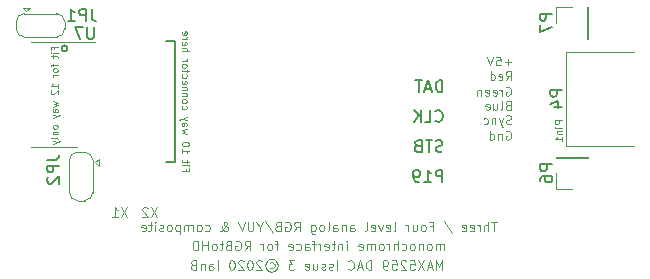
<source format=gbo>
G04 #@! TF.GenerationSoftware,KiCad,Pcbnew,(5.1.4)-1*
G04 #@! TF.CreationDate,2020-02-28T22:33:25+00:00*
G04 #@! TF.ProjectId,analog,616e616c-6f67-42e6-9b69-6361645f7063,rev?*
G04 #@! TF.SameCoordinates,Original*
G04 #@! TF.FileFunction,Legend,Bot*
G04 #@! TF.FilePolarity,Positive*
%FSLAX46Y46*%
G04 Gerber Fmt 4.6, Leading zero omitted, Abs format (unit mm)*
G04 Created by KiCad (PCBNEW (5.1.4)-1) date 2020-02-28 22:33:25*
%MOMM*%
%LPD*%
G04 APERTURE LIST*
%ADD10C,0.120000*%
%ADD11C,0.100000*%
%ADD12C,0.150000*%
G04 APERTURE END LIST*
D10*
X40925219Y-48390864D02*
X40391885Y-49190864D01*
X40391885Y-48390864D02*
X40925219Y-49190864D01*
X40125219Y-48467055D02*
X40087123Y-48428960D01*
X40010933Y-48390864D01*
X39820457Y-48390864D01*
X39744266Y-48428960D01*
X39706171Y-48467055D01*
X39668076Y-48543245D01*
X39668076Y-48619436D01*
X39706171Y-48733721D01*
X40163314Y-49190864D01*
X39668076Y-49190864D01*
X38385219Y-48390864D02*
X37851885Y-49190864D01*
X37851885Y-48390864D02*
X38385219Y-49190864D01*
X37128076Y-49190864D02*
X37585219Y-49190864D01*
X37356647Y-49190864D02*
X37356647Y-48390864D01*
X37432838Y-48505150D01*
X37509028Y-48581340D01*
X37585219Y-48619436D01*
D11*
X75197168Y-41037617D02*
X74597168Y-41037617D01*
X74597168Y-41266188D01*
X74625740Y-41323331D01*
X74654311Y-41351902D01*
X74711454Y-41380474D01*
X74797168Y-41380474D01*
X74854311Y-41351902D01*
X74882882Y-41323331D01*
X74911454Y-41266188D01*
X74911454Y-41037617D01*
X75197168Y-41637617D02*
X74797168Y-41637617D01*
X74597168Y-41637617D02*
X74625740Y-41609045D01*
X74654311Y-41637617D01*
X74625740Y-41666188D01*
X74597168Y-41637617D01*
X74654311Y-41637617D01*
X74797168Y-41923331D02*
X75197168Y-41923331D01*
X74854311Y-41923331D02*
X74825740Y-41951902D01*
X74797168Y-42009045D01*
X74797168Y-42094760D01*
X74825740Y-42151902D01*
X74882882Y-42180474D01*
X75197168Y-42180474D01*
X75197168Y-42780474D02*
X75197168Y-42437617D01*
X75197168Y-42609045D02*
X74597168Y-42609045D01*
X74682882Y-42551902D01*
X74740025Y-42494760D01*
X74768597Y-42437617D01*
X43317657Y-45145245D02*
X43317657Y-45345245D01*
X43003371Y-45345245D02*
X43603371Y-45345245D01*
X43603371Y-45059531D01*
X43003371Y-44830960D02*
X43403371Y-44830960D01*
X43603371Y-44830960D02*
X43574800Y-44859531D01*
X43546228Y-44830960D01*
X43574800Y-44802388D01*
X43603371Y-44830960D01*
X43546228Y-44830960D01*
X43403371Y-44630960D02*
X43403371Y-44402388D01*
X43603371Y-44545245D02*
X43089085Y-44545245D01*
X43031942Y-44516674D01*
X43003371Y-44459531D01*
X43003371Y-44402388D01*
X43003371Y-43430960D02*
X43003371Y-43773817D01*
X43003371Y-43602388D02*
X43603371Y-43602388D01*
X43517657Y-43659531D01*
X43460514Y-43716674D01*
X43431942Y-43773817D01*
X43603371Y-43059531D02*
X43603371Y-43002388D01*
X43574800Y-42945245D01*
X43546228Y-42916674D01*
X43489085Y-42888102D01*
X43374800Y-42859531D01*
X43231942Y-42859531D01*
X43117657Y-42888102D01*
X43060514Y-42916674D01*
X43031942Y-42945245D01*
X43003371Y-43002388D01*
X43003371Y-43059531D01*
X43031942Y-43116674D01*
X43060514Y-43145245D01*
X43117657Y-43173817D01*
X43231942Y-43202388D01*
X43374800Y-43202388D01*
X43489085Y-43173817D01*
X43546228Y-43145245D01*
X43574800Y-43116674D01*
X43603371Y-43059531D01*
X43403371Y-42202388D02*
X43003371Y-42088102D01*
X43289085Y-41973817D01*
X43003371Y-41859531D01*
X43403371Y-41745245D01*
X43003371Y-41259531D02*
X43317657Y-41259531D01*
X43374800Y-41288102D01*
X43403371Y-41345245D01*
X43403371Y-41459531D01*
X43374800Y-41516674D01*
X43031942Y-41259531D02*
X43003371Y-41316674D01*
X43003371Y-41459531D01*
X43031942Y-41516674D01*
X43089085Y-41545245D01*
X43146228Y-41545245D01*
X43203371Y-41516674D01*
X43231942Y-41459531D01*
X43231942Y-41316674D01*
X43260514Y-41259531D01*
X43403371Y-41030960D02*
X43003371Y-40888102D01*
X43403371Y-40745245D02*
X43003371Y-40888102D01*
X42860514Y-40945245D01*
X42831942Y-40973817D01*
X42803371Y-41030960D01*
X43031942Y-39802388D02*
X43003371Y-39859531D01*
X43003371Y-39973817D01*
X43031942Y-40030960D01*
X43060514Y-40059531D01*
X43117657Y-40088102D01*
X43289085Y-40088102D01*
X43346228Y-40059531D01*
X43374800Y-40030960D01*
X43403371Y-39973817D01*
X43403371Y-39859531D01*
X43374800Y-39802388D01*
X43003371Y-39459531D02*
X43031942Y-39516674D01*
X43060514Y-39545245D01*
X43117657Y-39573817D01*
X43289085Y-39573817D01*
X43346228Y-39545245D01*
X43374800Y-39516674D01*
X43403371Y-39459531D01*
X43403371Y-39373817D01*
X43374800Y-39316674D01*
X43346228Y-39288102D01*
X43289085Y-39259531D01*
X43117657Y-39259531D01*
X43060514Y-39288102D01*
X43031942Y-39316674D01*
X43003371Y-39373817D01*
X43003371Y-39459531D01*
X43403371Y-39002388D02*
X43003371Y-39002388D01*
X43346228Y-39002388D02*
X43374800Y-38973817D01*
X43403371Y-38916674D01*
X43403371Y-38830960D01*
X43374800Y-38773817D01*
X43317657Y-38745245D01*
X43003371Y-38745245D01*
X43403371Y-38459531D02*
X43003371Y-38459531D01*
X43346228Y-38459531D02*
X43374800Y-38430960D01*
X43403371Y-38373817D01*
X43403371Y-38288102D01*
X43374800Y-38230960D01*
X43317657Y-38202388D01*
X43003371Y-38202388D01*
X43031942Y-37688102D02*
X43003371Y-37745245D01*
X43003371Y-37859531D01*
X43031942Y-37916674D01*
X43089085Y-37945245D01*
X43317657Y-37945245D01*
X43374800Y-37916674D01*
X43403371Y-37859531D01*
X43403371Y-37745245D01*
X43374800Y-37688102D01*
X43317657Y-37659531D01*
X43260514Y-37659531D01*
X43203371Y-37945245D01*
X43031942Y-37145245D02*
X43003371Y-37202388D01*
X43003371Y-37316674D01*
X43031942Y-37373817D01*
X43060514Y-37402388D01*
X43117657Y-37430960D01*
X43289085Y-37430960D01*
X43346228Y-37402388D01*
X43374800Y-37373817D01*
X43403371Y-37316674D01*
X43403371Y-37202388D01*
X43374800Y-37145245D01*
X43403371Y-36973817D02*
X43403371Y-36745245D01*
X43603371Y-36888102D02*
X43089085Y-36888102D01*
X43031942Y-36859531D01*
X43003371Y-36802388D01*
X43003371Y-36745245D01*
X43003371Y-36459531D02*
X43031942Y-36516674D01*
X43060514Y-36545245D01*
X43117657Y-36573817D01*
X43289085Y-36573817D01*
X43346228Y-36545245D01*
X43374800Y-36516674D01*
X43403371Y-36459531D01*
X43403371Y-36373817D01*
X43374800Y-36316674D01*
X43346228Y-36288102D01*
X43289085Y-36259531D01*
X43117657Y-36259531D01*
X43060514Y-36288102D01*
X43031942Y-36316674D01*
X43003371Y-36373817D01*
X43003371Y-36459531D01*
X43003371Y-36002388D02*
X43403371Y-36002388D01*
X43289085Y-36002388D02*
X43346228Y-35973817D01*
X43374800Y-35945245D01*
X43403371Y-35888102D01*
X43403371Y-35830960D01*
X43003371Y-35173817D02*
X43603371Y-35173817D01*
X43003371Y-34916674D02*
X43317657Y-34916674D01*
X43374800Y-34945245D01*
X43403371Y-35002388D01*
X43403371Y-35088102D01*
X43374800Y-35145245D01*
X43346228Y-35173817D01*
X43031942Y-34402388D02*
X43003371Y-34459531D01*
X43003371Y-34573817D01*
X43031942Y-34630960D01*
X43089085Y-34659531D01*
X43317657Y-34659531D01*
X43374800Y-34630960D01*
X43403371Y-34573817D01*
X43403371Y-34459531D01*
X43374800Y-34402388D01*
X43317657Y-34373817D01*
X43260514Y-34373817D01*
X43203371Y-34659531D01*
X43003371Y-34116674D02*
X43403371Y-34116674D01*
X43289085Y-34116674D02*
X43346228Y-34088102D01*
X43374800Y-34059531D01*
X43403371Y-34002388D01*
X43403371Y-33945245D01*
X43031942Y-33516674D02*
X43003371Y-33573817D01*
X43003371Y-33688102D01*
X43031942Y-33745245D01*
X43089085Y-33773817D01*
X43317657Y-33773817D01*
X43374800Y-33745245D01*
X43403371Y-33688102D01*
X43403371Y-33573817D01*
X43374800Y-33516674D01*
X43317657Y-33488102D01*
X43260514Y-33488102D01*
X43203371Y-33773817D01*
D12*
X42462000Y-34300160D02*
X41700000Y-34300160D01*
X42462000Y-44561760D02*
X42462000Y-34300160D01*
X41649200Y-44561760D02*
X42462000Y-44561760D01*
D10*
X65206371Y-52022964D02*
X65206371Y-51489631D01*
X65206371Y-51565821D02*
X65168276Y-51527726D01*
X65092085Y-51489631D01*
X64977800Y-51489631D01*
X64901609Y-51527726D01*
X64863514Y-51603917D01*
X64863514Y-52022964D01*
X64863514Y-51603917D02*
X64825419Y-51527726D01*
X64749228Y-51489631D01*
X64634942Y-51489631D01*
X64558752Y-51527726D01*
X64520657Y-51603917D01*
X64520657Y-52022964D01*
X64025419Y-52022964D02*
X64101609Y-51984869D01*
X64139704Y-51946774D01*
X64177800Y-51870583D01*
X64177800Y-51642012D01*
X64139704Y-51565821D01*
X64101609Y-51527726D01*
X64025419Y-51489631D01*
X63911133Y-51489631D01*
X63834942Y-51527726D01*
X63796847Y-51565821D01*
X63758752Y-51642012D01*
X63758752Y-51870583D01*
X63796847Y-51946774D01*
X63834942Y-51984869D01*
X63911133Y-52022964D01*
X64025419Y-52022964D01*
X63415895Y-51489631D02*
X63415895Y-52022964D01*
X63415895Y-51565821D02*
X63377800Y-51527726D01*
X63301609Y-51489631D01*
X63187323Y-51489631D01*
X63111133Y-51527726D01*
X63073038Y-51603917D01*
X63073038Y-52022964D01*
X62577800Y-52022964D02*
X62653990Y-51984869D01*
X62692085Y-51946774D01*
X62730180Y-51870583D01*
X62730180Y-51642012D01*
X62692085Y-51565821D01*
X62653990Y-51527726D01*
X62577800Y-51489631D01*
X62463514Y-51489631D01*
X62387323Y-51527726D01*
X62349228Y-51565821D01*
X62311133Y-51642012D01*
X62311133Y-51870583D01*
X62349228Y-51946774D01*
X62387323Y-51984869D01*
X62463514Y-52022964D01*
X62577800Y-52022964D01*
X61625419Y-51984869D02*
X61701609Y-52022964D01*
X61853990Y-52022964D01*
X61930180Y-51984869D01*
X61968276Y-51946774D01*
X62006371Y-51870583D01*
X62006371Y-51642012D01*
X61968276Y-51565821D01*
X61930180Y-51527726D01*
X61853990Y-51489631D01*
X61701609Y-51489631D01*
X61625419Y-51527726D01*
X61282561Y-52022964D02*
X61282561Y-51222964D01*
X60939704Y-52022964D02*
X60939704Y-51603917D01*
X60977800Y-51527726D01*
X61053990Y-51489631D01*
X61168276Y-51489631D01*
X61244466Y-51527726D01*
X61282561Y-51565821D01*
X60558752Y-52022964D02*
X60558752Y-51489631D01*
X60558752Y-51642012D02*
X60520657Y-51565821D01*
X60482561Y-51527726D01*
X60406371Y-51489631D01*
X60330180Y-51489631D01*
X59949228Y-52022964D02*
X60025419Y-51984869D01*
X60063514Y-51946774D01*
X60101609Y-51870583D01*
X60101609Y-51642012D01*
X60063514Y-51565821D01*
X60025419Y-51527726D01*
X59949228Y-51489631D01*
X59834942Y-51489631D01*
X59758752Y-51527726D01*
X59720657Y-51565821D01*
X59682561Y-51642012D01*
X59682561Y-51870583D01*
X59720657Y-51946774D01*
X59758752Y-51984869D01*
X59834942Y-52022964D01*
X59949228Y-52022964D01*
X59339704Y-52022964D02*
X59339704Y-51489631D01*
X59339704Y-51565821D02*
X59301609Y-51527726D01*
X59225419Y-51489631D01*
X59111133Y-51489631D01*
X59034942Y-51527726D01*
X58996847Y-51603917D01*
X58996847Y-52022964D01*
X58996847Y-51603917D02*
X58958752Y-51527726D01*
X58882561Y-51489631D01*
X58768276Y-51489631D01*
X58692085Y-51527726D01*
X58653990Y-51603917D01*
X58653990Y-52022964D01*
X57968276Y-51984869D02*
X58044466Y-52022964D01*
X58196847Y-52022964D01*
X58273038Y-51984869D01*
X58311133Y-51908679D01*
X58311133Y-51603917D01*
X58273038Y-51527726D01*
X58196847Y-51489631D01*
X58044466Y-51489631D01*
X57968276Y-51527726D01*
X57930180Y-51603917D01*
X57930180Y-51680107D01*
X58311133Y-51756298D01*
X56977800Y-52022964D02*
X56977800Y-51489631D01*
X56977800Y-51222964D02*
X57015895Y-51261060D01*
X56977800Y-51299155D01*
X56939704Y-51261060D01*
X56977800Y-51222964D01*
X56977800Y-51299155D01*
X56596847Y-51489631D02*
X56596847Y-52022964D01*
X56596847Y-51565821D02*
X56558752Y-51527726D01*
X56482561Y-51489631D01*
X56368276Y-51489631D01*
X56292085Y-51527726D01*
X56253990Y-51603917D01*
X56253990Y-52022964D01*
X55987323Y-51489631D02*
X55682561Y-51489631D01*
X55873038Y-51222964D02*
X55873038Y-51908679D01*
X55834942Y-51984869D01*
X55758752Y-52022964D01*
X55682561Y-52022964D01*
X55111133Y-51984869D02*
X55187323Y-52022964D01*
X55339704Y-52022964D01*
X55415895Y-51984869D01*
X55453990Y-51908679D01*
X55453990Y-51603917D01*
X55415895Y-51527726D01*
X55339704Y-51489631D01*
X55187323Y-51489631D01*
X55111133Y-51527726D01*
X55073038Y-51603917D01*
X55073038Y-51680107D01*
X55453990Y-51756298D01*
X54730180Y-52022964D02*
X54730180Y-51489631D01*
X54730180Y-51642012D02*
X54692085Y-51565821D01*
X54653990Y-51527726D01*
X54577800Y-51489631D01*
X54501609Y-51489631D01*
X54349228Y-51489631D02*
X54044466Y-51489631D01*
X54234942Y-52022964D02*
X54234942Y-51337250D01*
X54196847Y-51261060D01*
X54120657Y-51222964D01*
X54044466Y-51222964D01*
X53434942Y-52022964D02*
X53434942Y-51603917D01*
X53473038Y-51527726D01*
X53549228Y-51489631D01*
X53701609Y-51489631D01*
X53777800Y-51527726D01*
X53434942Y-51984869D02*
X53511133Y-52022964D01*
X53701609Y-52022964D01*
X53777800Y-51984869D01*
X53815895Y-51908679D01*
X53815895Y-51832488D01*
X53777800Y-51756298D01*
X53701609Y-51718202D01*
X53511133Y-51718202D01*
X53434942Y-51680107D01*
X52711133Y-51984869D02*
X52787323Y-52022964D01*
X52939704Y-52022964D01*
X53015895Y-51984869D01*
X53053990Y-51946774D01*
X53092085Y-51870583D01*
X53092085Y-51642012D01*
X53053990Y-51565821D01*
X53015895Y-51527726D01*
X52939704Y-51489631D01*
X52787323Y-51489631D01*
X52711133Y-51527726D01*
X52063514Y-51984869D02*
X52139704Y-52022964D01*
X52292085Y-52022964D01*
X52368276Y-51984869D01*
X52406371Y-51908679D01*
X52406371Y-51603917D01*
X52368276Y-51527726D01*
X52292085Y-51489631D01*
X52139704Y-51489631D01*
X52063514Y-51527726D01*
X52025419Y-51603917D01*
X52025419Y-51680107D01*
X52406371Y-51756298D01*
X51187323Y-51489631D02*
X50882561Y-51489631D01*
X51073038Y-52022964D02*
X51073038Y-51337250D01*
X51034942Y-51261060D01*
X50958752Y-51222964D01*
X50882561Y-51222964D01*
X50501609Y-52022964D02*
X50577800Y-51984869D01*
X50615895Y-51946774D01*
X50653990Y-51870583D01*
X50653990Y-51642012D01*
X50615895Y-51565821D01*
X50577800Y-51527726D01*
X50501609Y-51489631D01*
X50387323Y-51489631D01*
X50311133Y-51527726D01*
X50273038Y-51565821D01*
X50234942Y-51642012D01*
X50234942Y-51870583D01*
X50273038Y-51946774D01*
X50311133Y-51984869D01*
X50387323Y-52022964D01*
X50501609Y-52022964D01*
X49892085Y-52022964D02*
X49892085Y-51489631D01*
X49892085Y-51642012D02*
X49853990Y-51565821D01*
X49815895Y-51527726D01*
X49739704Y-51489631D01*
X49663514Y-51489631D01*
X48330180Y-52022964D02*
X48596847Y-51642012D01*
X48787323Y-52022964D02*
X48787323Y-51222964D01*
X48482561Y-51222964D01*
X48406371Y-51261060D01*
X48368276Y-51299155D01*
X48330180Y-51375345D01*
X48330180Y-51489631D01*
X48368276Y-51565821D01*
X48406371Y-51603917D01*
X48482561Y-51642012D01*
X48787323Y-51642012D01*
X47568276Y-51261060D02*
X47644466Y-51222964D01*
X47758752Y-51222964D01*
X47873038Y-51261060D01*
X47949228Y-51337250D01*
X47987323Y-51413440D01*
X48025419Y-51565821D01*
X48025419Y-51680107D01*
X47987323Y-51832488D01*
X47949228Y-51908679D01*
X47873038Y-51984869D01*
X47758752Y-52022964D01*
X47682561Y-52022964D01*
X47568276Y-51984869D01*
X47530180Y-51946774D01*
X47530180Y-51680107D01*
X47682561Y-51680107D01*
X46920657Y-51603917D02*
X46806371Y-51642012D01*
X46768276Y-51680107D01*
X46730180Y-51756298D01*
X46730180Y-51870583D01*
X46768276Y-51946774D01*
X46806371Y-51984869D01*
X46882561Y-52022964D01*
X47187323Y-52022964D01*
X47187323Y-51222964D01*
X46920657Y-51222964D01*
X46844466Y-51261060D01*
X46806371Y-51299155D01*
X46768276Y-51375345D01*
X46768276Y-51451536D01*
X46806371Y-51527726D01*
X46844466Y-51565821D01*
X46920657Y-51603917D01*
X47187323Y-51603917D01*
X46501609Y-51489631D02*
X46196847Y-51489631D01*
X46387323Y-51222964D02*
X46387323Y-51908679D01*
X46349228Y-51984869D01*
X46273038Y-52022964D01*
X46196847Y-52022964D01*
X45815895Y-52022964D02*
X45892085Y-51984869D01*
X45930180Y-51946774D01*
X45968276Y-51870583D01*
X45968276Y-51642012D01*
X45930180Y-51565821D01*
X45892085Y-51527726D01*
X45815895Y-51489631D01*
X45701609Y-51489631D01*
X45625419Y-51527726D01*
X45587323Y-51565821D01*
X45549228Y-51642012D01*
X45549228Y-51870583D01*
X45587323Y-51946774D01*
X45625419Y-51984869D01*
X45701609Y-52022964D01*
X45815895Y-52022964D01*
X45206371Y-52022964D02*
X45206371Y-51222964D01*
X45206371Y-51603917D02*
X44749228Y-51603917D01*
X44749228Y-52022964D02*
X44749228Y-51222964D01*
X44368276Y-52022964D02*
X44368276Y-51222964D01*
X44177800Y-51222964D01*
X44063514Y-51261060D01*
X43987323Y-51337250D01*
X43949228Y-51413440D01*
X43911133Y-51565821D01*
X43911133Y-51680107D01*
X43949228Y-51832488D01*
X43987323Y-51908679D01*
X44063514Y-51984869D01*
X44177800Y-52022964D01*
X44368276Y-52022964D01*
D11*
X32182545Y-35003431D02*
X32182545Y-34813431D01*
X32481117Y-34813431D02*
X31911117Y-34813431D01*
X31911117Y-35084860D01*
X32481117Y-35302002D02*
X32101117Y-35302002D01*
X31911117Y-35302002D02*
X31938260Y-35274860D01*
X31965402Y-35302002D01*
X31938260Y-35329145D01*
X31911117Y-35302002D01*
X31965402Y-35302002D01*
X32101117Y-35492002D02*
X32101117Y-35709145D01*
X31911117Y-35573431D02*
X32399688Y-35573431D01*
X32453974Y-35600574D01*
X32481117Y-35654860D01*
X32481117Y-35709145D01*
X32101117Y-36252002D02*
X32101117Y-36469145D01*
X32481117Y-36333431D02*
X31992545Y-36333431D01*
X31938260Y-36360574D01*
X31911117Y-36414860D01*
X31911117Y-36469145D01*
X32481117Y-36740574D02*
X32453974Y-36686288D01*
X32426831Y-36659145D01*
X32372545Y-36632002D01*
X32209688Y-36632002D01*
X32155402Y-36659145D01*
X32128260Y-36686288D01*
X32101117Y-36740574D01*
X32101117Y-36822002D01*
X32128260Y-36876288D01*
X32155402Y-36903431D01*
X32209688Y-36930574D01*
X32372545Y-36930574D01*
X32426831Y-36903431D01*
X32453974Y-36876288D01*
X32481117Y-36822002D01*
X32481117Y-36740574D01*
X32481117Y-37174860D02*
X32101117Y-37174860D01*
X32209688Y-37174860D02*
X32155402Y-37202002D01*
X32128260Y-37229145D01*
X32101117Y-37283431D01*
X32101117Y-37337717D01*
X32481117Y-38260574D02*
X32481117Y-37934860D01*
X32481117Y-38097717D02*
X31911117Y-38097717D01*
X31992545Y-38043431D01*
X32046831Y-37989145D01*
X32073974Y-37934860D01*
X31965402Y-38477717D02*
X31938260Y-38504860D01*
X31911117Y-38559145D01*
X31911117Y-38694860D01*
X31938260Y-38749145D01*
X31965402Y-38776288D01*
X32019688Y-38803431D01*
X32073974Y-38803431D01*
X32155402Y-38776288D01*
X32481117Y-38450574D01*
X32481117Y-38803431D01*
X32101117Y-39427717D02*
X32481117Y-39536288D01*
X32209688Y-39644860D01*
X32481117Y-39753431D01*
X32101117Y-39862002D01*
X32481117Y-40323431D02*
X32182545Y-40323431D01*
X32128260Y-40296288D01*
X32101117Y-40242002D01*
X32101117Y-40133431D01*
X32128260Y-40079145D01*
X32453974Y-40323431D02*
X32481117Y-40269145D01*
X32481117Y-40133431D01*
X32453974Y-40079145D01*
X32399688Y-40052002D01*
X32345402Y-40052002D01*
X32291117Y-40079145D01*
X32263974Y-40133431D01*
X32263974Y-40269145D01*
X32236831Y-40323431D01*
X32101117Y-40540574D02*
X32481117Y-40676288D01*
X32101117Y-40812002D02*
X32481117Y-40676288D01*
X32616831Y-40622002D01*
X32643974Y-40594860D01*
X32671117Y-40540574D01*
X32481117Y-41544860D02*
X32453974Y-41490574D01*
X32426831Y-41463431D01*
X32372545Y-41436288D01*
X32209688Y-41436288D01*
X32155402Y-41463431D01*
X32128260Y-41490574D01*
X32101117Y-41544860D01*
X32101117Y-41626288D01*
X32128260Y-41680574D01*
X32155402Y-41707717D01*
X32209688Y-41734860D01*
X32372545Y-41734860D01*
X32426831Y-41707717D01*
X32453974Y-41680574D01*
X32481117Y-41626288D01*
X32481117Y-41544860D01*
X32101117Y-41979145D02*
X32481117Y-41979145D01*
X32155402Y-41979145D02*
X32128260Y-42006288D01*
X32101117Y-42060574D01*
X32101117Y-42142002D01*
X32128260Y-42196288D01*
X32182545Y-42223431D01*
X32481117Y-42223431D01*
X32481117Y-42576288D02*
X32453974Y-42522002D01*
X32399688Y-42494860D01*
X31911117Y-42494860D01*
X32101117Y-42739145D02*
X32481117Y-42874860D01*
X32101117Y-43010574D02*
X32481117Y-42874860D01*
X32616831Y-42820574D01*
X32643974Y-42793431D01*
X32671117Y-42739145D01*
D12*
X33328161Y-34927540D02*
G75*
G03X33328161Y-34927540I-255747J0D01*
G01*
D11*
X70911625Y-36091091D02*
X70340197Y-36091091D01*
X70625911Y-36376805D02*
X70625911Y-35805377D01*
X69625911Y-35626805D02*
X69983054Y-35626805D01*
X70018768Y-35983948D01*
X69983054Y-35948234D01*
X69911625Y-35912520D01*
X69733054Y-35912520D01*
X69661625Y-35948234D01*
X69625911Y-35983948D01*
X69590197Y-36055377D01*
X69590197Y-36233948D01*
X69625911Y-36305377D01*
X69661625Y-36341091D01*
X69733054Y-36376805D01*
X69911625Y-36376805D01*
X69983054Y-36341091D01*
X70018768Y-36305377D01*
X69375911Y-35626805D02*
X69125911Y-36376805D01*
X68875911Y-35626805D01*
D10*
X69663514Y-49610064D02*
X69206371Y-49610064D01*
X69434942Y-50410064D02*
X69434942Y-49610064D01*
X68939704Y-50410064D02*
X68939704Y-49610064D01*
X68596847Y-50410064D02*
X68596847Y-49991017D01*
X68634942Y-49914826D01*
X68711133Y-49876731D01*
X68825419Y-49876731D01*
X68901609Y-49914826D01*
X68939704Y-49952921D01*
X68215895Y-50410064D02*
X68215895Y-49876731D01*
X68215895Y-50029112D02*
X68177800Y-49952921D01*
X68139704Y-49914826D01*
X68063514Y-49876731D01*
X67987323Y-49876731D01*
X67415895Y-50371969D02*
X67492085Y-50410064D01*
X67644466Y-50410064D01*
X67720657Y-50371969D01*
X67758752Y-50295779D01*
X67758752Y-49991017D01*
X67720657Y-49914826D01*
X67644466Y-49876731D01*
X67492085Y-49876731D01*
X67415895Y-49914826D01*
X67377800Y-49991017D01*
X67377800Y-50067207D01*
X67758752Y-50143398D01*
X66730180Y-50371969D02*
X66806371Y-50410064D01*
X66958752Y-50410064D01*
X67034942Y-50371969D01*
X67073038Y-50295779D01*
X67073038Y-49991017D01*
X67034942Y-49914826D01*
X66958752Y-49876731D01*
X66806371Y-49876731D01*
X66730180Y-49914826D01*
X66692085Y-49991017D01*
X66692085Y-50067207D01*
X67073038Y-50143398D01*
X65168276Y-49571969D02*
X65853990Y-50600540D01*
X64025419Y-49991017D02*
X64292085Y-49991017D01*
X64292085Y-50410064D02*
X64292085Y-49610064D01*
X63911133Y-49610064D01*
X63492085Y-50410064D02*
X63568276Y-50371969D01*
X63606371Y-50333874D01*
X63644466Y-50257683D01*
X63644466Y-50029112D01*
X63606371Y-49952921D01*
X63568276Y-49914826D01*
X63492085Y-49876731D01*
X63377799Y-49876731D01*
X63301609Y-49914826D01*
X63263514Y-49952921D01*
X63225419Y-50029112D01*
X63225419Y-50257683D01*
X63263514Y-50333874D01*
X63301609Y-50371969D01*
X63377799Y-50410064D01*
X63492085Y-50410064D01*
X62539704Y-49876731D02*
X62539704Y-50410064D01*
X62882561Y-49876731D02*
X62882561Y-50295779D01*
X62844466Y-50371969D01*
X62768276Y-50410064D01*
X62653990Y-50410064D01*
X62577799Y-50371969D01*
X62539704Y-50333874D01*
X62158752Y-50410064D02*
X62158752Y-49876731D01*
X62158752Y-50029112D02*
X62120657Y-49952921D01*
X62082561Y-49914826D01*
X62006371Y-49876731D01*
X61930180Y-49876731D01*
X60939704Y-50410064D02*
X61015895Y-50371969D01*
X61053990Y-50295779D01*
X61053990Y-49610064D01*
X60330180Y-50371969D02*
X60406371Y-50410064D01*
X60558752Y-50410064D01*
X60634942Y-50371969D01*
X60673038Y-50295779D01*
X60673038Y-49991017D01*
X60634942Y-49914826D01*
X60558752Y-49876731D01*
X60406371Y-49876731D01*
X60330180Y-49914826D01*
X60292085Y-49991017D01*
X60292085Y-50067207D01*
X60673038Y-50143398D01*
X60025419Y-49876731D02*
X59834942Y-50410064D01*
X59644466Y-49876731D01*
X59034942Y-50371969D02*
X59111133Y-50410064D01*
X59263514Y-50410064D01*
X59339704Y-50371969D01*
X59377799Y-50295779D01*
X59377799Y-49991017D01*
X59339704Y-49914826D01*
X59263514Y-49876731D01*
X59111133Y-49876731D01*
X59034942Y-49914826D01*
X58996847Y-49991017D01*
X58996847Y-50067207D01*
X59377799Y-50143398D01*
X58539704Y-50410064D02*
X58615895Y-50371969D01*
X58653990Y-50295779D01*
X58653990Y-49610064D01*
X57282561Y-50410064D02*
X57282561Y-49991017D01*
X57320657Y-49914826D01*
X57396847Y-49876731D01*
X57549228Y-49876731D01*
X57625419Y-49914826D01*
X57282561Y-50371969D02*
X57358752Y-50410064D01*
X57549228Y-50410064D01*
X57625419Y-50371969D01*
X57663514Y-50295779D01*
X57663514Y-50219588D01*
X57625419Y-50143398D01*
X57549228Y-50105302D01*
X57358752Y-50105302D01*
X57282561Y-50067207D01*
X56901609Y-49876731D02*
X56901609Y-50410064D01*
X56901609Y-49952921D02*
X56863514Y-49914826D01*
X56787323Y-49876731D01*
X56673038Y-49876731D01*
X56596847Y-49914826D01*
X56558752Y-49991017D01*
X56558752Y-50410064D01*
X55834942Y-50410064D02*
X55834942Y-49991017D01*
X55873038Y-49914826D01*
X55949228Y-49876731D01*
X56101609Y-49876731D01*
X56177799Y-49914826D01*
X55834942Y-50371969D02*
X55911133Y-50410064D01*
X56101609Y-50410064D01*
X56177799Y-50371969D01*
X56215895Y-50295779D01*
X56215895Y-50219588D01*
X56177799Y-50143398D01*
X56101609Y-50105302D01*
X55911133Y-50105302D01*
X55834942Y-50067207D01*
X55339704Y-50410064D02*
X55415895Y-50371969D01*
X55453990Y-50295779D01*
X55453990Y-49610064D01*
X54920657Y-50410064D02*
X54996847Y-50371969D01*
X55034942Y-50333874D01*
X55073038Y-50257683D01*
X55073038Y-50029112D01*
X55034942Y-49952921D01*
X54996847Y-49914826D01*
X54920657Y-49876731D01*
X54806371Y-49876731D01*
X54730180Y-49914826D01*
X54692085Y-49952921D01*
X54653990Y-50029112D01*
X54653990Y-50257683D01*
X54692085Y-50333874D01*
X54730180Y-50371969D01*
X54806371Y-50410064D01*
X54920657Y-50410064D01*
X53968276Y-49876731D02*
X53968276Y-50524350D01*
X54006371Y-50600540D01*
X54044466Y-50638636D01*
X54120657Y-50676731D01*
X54234942Y-50676731D01*
X54311133Y-50638636D01*
X53968276Y-50371969D02*
X54044466Y-50410064D01*
X54196847Y-50410064D01*
X54273038Y-50371969D01*
X54311133Y-50333874D01*
X54349228Y-50257683D01*
X54349228Y-50029112D01*
X54311133Y-49952921D01*
X54273038Y-49914826D01*
X54196847Y-49876731D01*
X54044466Y-49876731D01*
X53968276Y-49914826D01*
X52520657Y-50410064D02*
X52787323Y-50029112D01*
X52977799Y-50410064D02*
X52977799Y-49610064D01*
X52673038Y-49610064D01*
X52596847Y-49648160D01*
X52558752Y-49686255D01*
X52520657Y-49762445D01*
X52520657Y-49876731D01*
X52558752Y-49952921D01*
X52596847Y-49991017D01*
X52673038Y-50029112D01*
X52977799Y-50029112D01*
X51758752Y-49648160D02*
X51834942Y-49610064D01*
X51949228Y-49610064D01*
X52063514Y-49648160D01*
X52139704Y-49724350D01*
X52177799Y-49800540D01*
X52215895Y-49952921D01*
X52215895Y-50067207D01*
X52177799Y-50219588D01*
X52139704Y-50295779D01*
X52063514Y-50371969D01*
X51949228Y-50410064D01*
X51873038Y-50410064D01*
X51758752Y-50371969D01*
X51720657Y-50333874D01*
X51720657Y-50067207D01*
X51873038Y-50067207D01*
X51111133Y-49991017D02*
X50996847Y-50029112D01*
X50958752Y-50067207D01*
X50920657Y-50143398D01*
X50920657Y-50257683D01*
X50958752Y-50333874D01*
X50996847Y-50371969D01*
X51073038Y-50410064D01*
X51377799Y-50410064D01*
X51377799Y-49610064D01*
X51111133Y-49610064D01*
X51034942Y-49648160D01*
X50996847Y-49686255D01*
X50958752Y-49762445D01*
X50958752Y-49838636D01*
X50996847Y-49914826D01*
X51034942Y-49952921D01*
X51111133Y-49991017D01*
X51377799Y-49991017D01*
X50006371Y-49571969D02*
X50692085Y-50600540D01*
X49587323Y-50029112D02*
X49587323Y-50410064D01*
X49853990Y-49610064D02*
X49587323Y-50029112D01*
X49320657Y-49610064D01*
X49053990Y-49610064D02*
X49053990Y-50257683D01*
X49015895Y-50333874D01*
X48977799Y-50371969D01*
X48901609Y-50410064D01*
X48749228Y-50410064D01*
X48673038Y-50371969D01*
X48634942Y-50333874D01*
X48596847Y-50257683D01*
X48596847Y-49610064D01*
X48330180Y-49610064D02*
X48063514Y-50410064D01*
X47796847Y-49610064D01*
X46273038Y-50410064D02*
X46311133Y-50410064D01*
X46387323Y-50371969D01*
X46501609Y-50257683D01*
X46692085Y-50029112D01*
X46768276Y-49914826D01*
X46806371Y-49800540D01*
X46806371Y-49724350D01*
X46768276Y-49648160D01*
X46692085Y-49610064D01*
X46653990Y-49610064D01*
X46577799Y-49648160D01*
X46539704Y-49724350D01*
X46539704Y-49762445D01*
X46577799Y-49838636D01*
X46615895Y-49876731D01*
X46844466Y-50029112D01*
X46882561Y-50067207D01*
X46920657Y-50143398D01*
X46920657Y-50257683D01*
X46882561Y-50333874D01*
X46844466Y-50371969D01*
X46768276Y-50410064D01*
X46653990Y-50410064D01*
X46577799Y-50371969D01*
X46539704Y-50333874D01*
X46425419Y-50181493D01*
X46387323Y-50067207D01*
X46387323Y-49991017D01*
X44977799Y-50371969D02*
X45053990Y-50410064D01*
X45206371Y-50410064D01*
X45282561Y-50371969D01*
X45320657Y-50333874D01*
X45358752Y-50257683D01*
X45358752Y-50029112D01*
X45320657Y-49952921D01*
X45282561Y-49914826D01*
X45206371Y-49876731D01*
X45053990Y-49876731D01*
X44977799Y-49914826D01*
X44520657Y-50410064D02*
X44596847Y-50371969D01*
X44634942Y-50333874D01*
X44673038Y-50257683D01*
X44673038Y-50029112D01*
X44634942Y-49952921D01*
X44596847Y-49914826D01*
X44520657Y-49876731D01*
X44406371Y-49876731D01*
X44330180Y-49914826D01*
X44292085Y-49952921D01*
X44253990Y-50029112D01*
X44253990Y-50257683D01*
X44292085Y-50333874D01*
X44330180Y-50371969D01*
X44406371Y-50410064D01*
X44520657Y-50410064D01*
X43911133Y-50410064D02*
X43911133Y-49876731D01*
X43911133Y-49952921D02*
X43873038Y-49914826D01*
X43796847Y-49876731D01*
X43682561Y-49876731D01*
X43606371Y-49914826D01*
X43568276Y-49991017D01*
X43568276Y-50410064D01*
X43568276Y-49991017D02*
X43530180Y-49914826D01*
X43453990Y-49876731D01*
X43339704Y-49876731D01*
X43263514Y-49914826D01*
X43225419Y-49991017D01*
X43225419Y-50410064D01*
X42844466Y-49876731D02*
X42844466Y-50676731D01*
X42844466Y-49914826D02*
X42768276Y-49876731D01*
X42615895Y-49876731D01*
X42539704Y-49914826D01*
X42501609Y-49952921D01*
X42463514Y-50029112D01*
X42463514Y-50257683D01*
X42501609Y-50333874D01*
X42539704Y-50371969D01*
X42615895Y-50410064D01*
X42768276Y-50410064D01*
X42844466Y-50371969D01*
X42006371Y-50410064D02*
X42082561Y-50371969D01*
X42120657Y-50333874D01*
X42158752Y-50257683D01*
X42158752Y-50029112D01*
X42120657Y-49952921D01*
X42082561Y-49914826D01*
X42006371Y-49876731D01*
X41892085Y-49876731D01*
X41815895Y-49914826D01*
X41777799Y-49952921D01*
X41739704Y-50029112D01*
X41739704Y-50257683D01*
X41777799Y-50333874D01*
X41815895Y-50371969D01*
X41892085Y-50410064D01*
X42006371Y-50410064D01*
X41434942Y-50371969D02*
X41358752Y-50410064D01*
X41206371Y-50410064D01*
X41130180Y-50371969D01*
X41092085Y-50295779D01*
X41092085Y-50257683D01*
X41130180Y-50181493D01*
X41206371Y-50143398D01*
X41320657Y-50143398D01*
X41396847Y-50105302D01*
X41434942Y-50029112D01*
X41434942Y-49991017D01*
X41396847Y-49914826D01*
X41320657Y-49876731D01*
X41206371Y-49876731D01*
X41130180Y-49914826D01*
X40749228Y-50410064D02*
X40749228Y-49876731D01*
X40749228Y-49610064D02*
X40787323Y-49648160D01*
X40749228Y-49686255D01*
X40711133Y-49648160D01*
X40749228Y-49610064D01*
X40749228Y-49686255D01*
X40482561Y-49876731D02*
X40177799Y-49876731D01*
X40368276Y-49610064D02*
X40368276Y-50295779D01*
X40330180Y-50371969D01*
X40253990Y-50410064D01*
X40177799Y-50410064D01*
X39606371Y-50371969D02*
X39682561Y-50410064D01*
X39834942Y-50410064D01*
X39911133Y-50371969D01*
X39949228Y-50295779D01*
X39949228Y-49991017D01*
X39911133Y-49914826D01*
X39834942Y-49876731D01*
X39682561Y-49876731D01*
X39606371Y-49914826D01*
X39568276Y-49991017D01*
X39568276Y-50067207D01*
X39949228Y-50143398D01*
D12*
X65063085Y-46233340D02*
X65063085Y-45233340D01*
X64682133Y-45233340D01*
X64586895Y-45280960D01*
X64539276Y-45328579D01*
X64491657Y-45423817D01*
X64491657Y-45566674D01*
X64539276Y-45661912D01*
X64586895Y-45709531D01*
X64682133Y-45757150D01*
X65063085Y-45757150D01*
X63539276Y-46233340D02*
X64110704Y-46233340D01*
X63824990Y-46233340D02*
X63824990Y-45233340D01*
X63920228Y-45376198D01*
X64015466Y-45471436D01*
X64110704Y-45519055D01*
X63063085Y-46233340D02*
X62872609Y-46233340D01*
X62777371Y-46185721D01*
X62729752Y-46138102D01*
X62634514Y-45995245D01*
X62586895Y-45804769D01*
X62586895Y-45423817D01*
X62634514Y-45328579D01*
X62682133Y-45280960D01*
X62777371Y-45233340D01*
X62967847Y-45233340D01*
X63063085Y-45280960D01*
X63110704Y-45328579D01*
X63158323Y-45423817D01*
X63158323Y-45661912D01*
X63110704Y-45757150D01*
X63063085Y-45804769D01*
X62967847Y-45852388D01*
X62777371Y-45852388D01*
X62682133Y-45804769D01*
X62634514Y-45757150D01*
X62586895Y-45661912D01*
D10*
X65066671Y-53686664D02*
X65066671Y-52886664D01*
X64800004Y-53458093D01*
X64533338Y-52886664D01*
X64533338Y-53686664D01*
X64190480Y-53458093D02*
X63809528Y-53458093D01*
X64266671Y-53686664D02*
X64000004Y-52886664D01*
X63733338Y-53686664D01*
X63542861Y-52886664D02*
X63009528Y-53686664D01*
X63009528Y-52886664D02*
X63542861Y-53686664D01*
X62323814Y-52886664D02*
X62704766Y-52886664D01*
X62742861Y-53267617D01*
X62704766Y-53229521D01*
X62628576Y-53191426D01*
X62438100Y-53191426D01*
X62361909Y-53229521D01*
X62323814Y-53267617D01*
X62285719Y-53343807D01*
X62285719Y-53534283D01*
X62323814Y-53610474D01*
X62361909Y-53648569D01*
X62438100Y-53686664D01*
X62628576Y-53686664D01*
X62704766Y-53648569D01*
X62742861Y-53610474D01*
X61980957Y-52962855D02*
X61942861Y-52924760D01*
X61866671Y-52886664D01*
X61676195Y-52886664D01*
X61600004Y-52924760D01*
X61561909Y-52962855D01*
X61523814Y-53039045D01*
X61523814Y-53115236D01*
X61561909Y-53229521D01*
X62019052Y-53686664D01*
X61523814Y-53686664D01*
X60800004Y-52886664D02*
X61180957Y-52886664D01*
X61219052Y-53267617D01*
X61180957Y-53229521D01*
X61104766Y-53191426D01*
X60914290Y-53191426D01*
X60838100Y-53229521D01*
X60800004Y-53267617D01*
X60761909Y-53343807D01*
X60761909Y-53534283D01*
X60800004Y-53610474D01*
X60838100Y-53648569D01*
X60914290Y-53686664D01*
X61104766Y-53686664D01*
X61180957Y-53648569D01*
X61219052Y-53610474D01*
X60380957Y-53686664D02*
X60228576Y-53686664D01*
X60152385Y-53648569D01*
X60114290Y-53610474D01*
X60038100Y-53496188D01*
X60000004Y-53343807D01*
X60000004Y-53039045D01*
X60038100Y-52962855D01*
X60076195Y-52924760D01*
X60152385Y-52886664D01*
X60304766Y-52886664D01*
X60380957Y-52924760D01*
X60419052Y-52962855D01*
X60457147Y-53039045D01*
X60457147Y-53229521D01*
X60419052Y-53305712D01*
X60380957Y-53343807D01*
X60304766Y-53381902D01*
X60152385Y-53381902D01*
X60076195Y-53343807D01*
X60038100Y-53305712D01*
X60000004Y-53229521D01*
X59047623Y-53686664D02*
X59047623Y-52886664D01*
X58857147Y-52886664D01*
X58742861Y-52924760D01*
X58666671Y-53000950D01*
X58628576Y-53077140D01*
X58590480Y-53229521D01*
X58590480Y-53343807D01*
X58628576Y-53496188D01*
X58666671Y-53572379D01*
X58742861Y-53648569D01*
X58857147Y-53686664D01*
X59047623Y-53686664D01*
X58285719Y-53458093D02*
X57904766Y-53458093D01*
X58361909Y-53686664D02*
X58095242Y-52886664D01*
X57828576Y-53686664D01*
X57104766Y-53610474D02*
X57142861Y-53648569D01*
X57257147Y-53686664D01*
X57333338Y-53686664D01*
X57447623Y-53648569D01*
X57523814Y-53572379D01*
X57561909Y-53496188D01*
X57600004Y-53343807D01*
X57600004Y-53229521D01*
X57561909Y-53077140D01*
X57523814Y-53000950D01*
X57447623Y-52924760D01*
X57333338Y-52886664D01*
X57257147Y-52886664D01*
X57142861Y-52924760D01*
X57104766Y-52962855D01*
X56152385Y-53686664D02*
X56152385Y-52886664D01*
X55809528Y-53648569D02*
X55733338Y-53686664D01*
X55580957Y-53686664D01*
X55504766Y-53648569D01*
X55466671Y-53572379D01*
X55466671Y-53534283D01*
X55504766Y-53458093D01*
X55580957Y-53419998D01*
X55695242Y-53419998D01*
X55771433Y-53381902D01*
X55809528Y-53305712D01*
X55809528Y-53267617D01*
X55771433Y-53191426D01*
X55695242Y-53153331D01*
X55580957Y-53153331D01*
X55504766Y-53191426D01*
X55161909Y-53648569D02*
X55085719Y-53686664D01*
X54933338Y-53686664D01*
X54857147Y-53648569D01*
X54819052Y-53572379D01*
X54819052Y-53534283D01*
X54857147Y-53458093D01*
X54933338Y-53419998D01*
X55047623Y-53419998D01*
X55123814Y-53381902D01*
X55161909Y-53305712D01*
X55161909Y-53267617D01*
X55123814Y-53191426D01*
X55047623Y-53153331D01*
X54933338Y-53153331D01*
X54857147Y-53191426D01*
X54133338Y-53153331D02*
X54133338Y-53686664D01*
X54476195Y-53153331D02*
X54476195Y-53572379D01*
X54438100Y-53648569D01*
X54361909Y-53686664D01*
X54247623Y-53686664D01*
X54171433Y-53648569D01*
X54133338Y-53610474D01*
X53447623Y-53648569D02*
X53523814Y-53686664D01*
X53676195Y-53686664D01*
X53752385Y-53648569D01*
X53790480Y-53572379D01*
X53790480Y-53267617D01*
X53752385Y-53191426D01*
X53676195Y-53153331D01*
X53523814Y-53153331D01*
X53447623Y-53191426D01*
X53409528Y-53267617D01*
X53409528Y-53343807D01*
X53790480Y-53419998D01*
X52533338Y-52886664D02*
X52038100Y-52886664D01*
X52304766Y-53191426D01*
X52190480Y-53191426D01*
X52114290Y-53229521D01*
X52076195Y-53267617D01*
X52038100Y-53343807D01*
X52038100Y-53534283D01*
X52076195Y-53610474D01*
X52114290Y-53648569D01*
X52190480Y-53686664D01*
X52419052Y-53686664D01*
X52495242Y-53648569D01*
X52533338Y-53610474D01*
X50438100Y-53077140D02*
X50514290Y-53039045D01*
X50666671Y-53039045D01*
X50742861Y-53077140D01*
X50819052Y-53153331D01*
X50857147Y-53229521D01*
X50857147Y-53381902D01*
X50819052Y-53458093D01*
X50742861Y-53534283D01*
X50666671Y-53572379D01*
X50514290Y-53572379D01*
X50438100Y-53534283D01*
X50590480Y-52772379D02*
X50780957Y-52810474D01*
X50971433Y-52924760D01*
X51085719Y-53115236D01*
X51123814Y-53305712D01*
X51085719Y-53496188D01*
X50971433Y-53686664D01*
X50780957Y-53800950D01*
X50590480Y-53839045D01*
X50400004Y-53800950D01*
X50209528Y-53686664D01*
X50095242Y-53496188D01*
X50057147Y-53305712D01*
X50095242Y-53115236D01*
X50209528Y-52924760D01*
X50400004Y-52810474D01*
X50590480Y-52772379D01*
X49752385Y-52962855D02*
X49714290Y-52924760D01*
X49638100Y-52886664D01*
X49447623Y-52886664D01*
X49371433Y-52924760D01*
X49333338Y-52962855D01*
X49295242Y-53039045D01*
X49295242Y-53115236D01*
X49333338Y-53229521D01*
X49790480Y-53686664D01*
X49295242Y-53686664D01*
X48800004Y-52886664D02*
X48723814Y-52886664D01*
X48647623Y-52924760D01*
X48609528Y-52962855D01*
X48571433Y-53039045D01*
X48533338Y-53191426D01*
X48533338Y-53381902D01*
X48571433Y-53534283D01*
X48609528Y-53610474D01*
X48647623Y-53648569D01*
X48723814Y-53686664D01*
X48800004Y-53686664D01*
X48876195Y-53648569D01*
X48914290Y-53610474D01*
X48952385Y-53534283D01*
X48990480Y-53381902D01*
X48990480Y-53191426D01*
X48952385Y-53039045D01*
X48914290Y-52962855D01*
X48876195Y-52924760D01*
X48800004Y-52886664D01*
X48228576Y-52962855D02*
X48190480Y-52924760D01*
X48114290Y-52886664D01*
X47923814Y-52886664D01*
X47847623Y-52924760D01*
X47809528Y-52962855D01*
X47771433Y-53039045D01*
X47771433Y-53115236D01*
X47809528Y-53229521D01*
X48266671Y-53686664D01*
X47771433Y-53686664D01*
X47276195Y-52886664D02*
X47200004Y-52886664D01*
X47123814Y-52924760D01*
X47085719Y-52962855D01*
X47047623Y-53039045D01*
X47009528Y-53191426D01*
X47009528Y-53381902D01*
X47047623Y-53534283D01*
X47085719Y-53610474D01*
X47123814Y-53648569D01*
X47200004Y-53686664D01*
X47276195Y-53686664D01*
X47352385Y-53648569D01*
X47390480Y-53610474D01*
X47428576Y-53534283D01*
X47466671Y-53381902D01*
X47466671Y-53191426D01*
X47428576Y-53039045D01*
X47390480Y-52962855D01*
X47352385Y-52924760D01*
X47276195Y-52886664D01*
X46057147Y-53686664D02*
X46057147Y-52886664D01*
X45333338Y-53686664D02*
X45333338Y-53267617D01*
X45371433Y-53191426D01*
X45447623Y-53153331D01*
X45600004Y-53153331D01*
X45676195Y-53191426D01*
X45333338Y-53648569D02*
X45409528Y-53686664D01*
X45600004Y-53686664D01*
X45676195Y-53648569D01*
X45714290Y-53572379D01*
X45714290Y-53496188D01*
X45676195Y-53419998D01*
X45600004Y-53381902D01*
X45409528Y-53381902D01*
X45333338Y-53343807D01*
X44952385Y-53153331D02*
X44952385Y-53686664D01*
X44952385Y-53229521D02*
X44914290Y-53191426D01*
X44838100Y-53153331D01*
X44723814Y-53153331D01*
X44647623Y-53191426D01*
X44609528Y-53267617D01*
X44609528Y-53686664D01*
X43961909Y-53267617D02*
X43847623Y-53305712D01*
X43809528Y-53343807D01*
X43771433Y-53419998D01*
X43771433Y-53534283D01*
X43809528Y-53610474D01*
X43847623Y-53648569D01*
X43923814Y-53686664D01*
X44228576Y-53686664D01*
X44228576Y-52886664D01*
X43961909Y-52886664D01*
X43885719Y-52924760D01*
X43847623Y-52962855D01*
X43809528Y-53039045D01*
X43809528Y-53115236D01*
X43847623Y-53191426D01*
X43885719Y-53229521D01*
X43961909Y-53267617D01*
X44228576Y-53267617D01*
D11*
X70452342Y-41971880D02*
X70523771Y-41936165D01*
X70630914Y-41936165D01*
X70738057Y-41971880D01*
X70809485Y-42043308D01*
X70845200Y-42114737D01*
X70880914Y-42257594D01*
X70880914Y-42364737D01*
X70845200Y-42507594D01*
X70809485Y-42579022D01*
X70738057Y-42650451D01*
X70630914Y-42686165D01*
X70559485Y-42686165D01*
X70452342Y-42650451D01*
X70416628Y-42614737D01*
X70416628Y-42364737D01*
X70559485Y-42364737D01*
X70095200Y-42186165D02*
X70095200Y-42686165D01*
X70095200Y-42257594D02*
X70059485Y-42221880D01*
X69988057Y-42186165D01*
X69880914Y-42186165D01*
X69809485Y-42221880D01*
X69773771Y-42293308D01*
X69773771Y-42686165D01*
X69095200Y-42686165D02*
X69095200Y-41936165D01*
X69095200Y-42650451D02*
X69166628Y-42686165D01*
X69309485Y-42686165D01*
X69380914Y-42650451D01*
X69416628Y-42614737D01*
X69452342Y-42543308D01*
X69452342Y-42329022D01*
X69416628Y-42257594D01*
X69380914Y-42221880D01*
X69309485Y-42186165D01*
X69166628Y-42186165D01*
X69095200Y-42221880D01*
X70881994Y-41319491D02*
X70774851Y-41355205D01*
X70596280Y-41355205D01*
X70524851Y-41319491D01*
X70489137Y-41283777D01*
X70453422Y-41212348D01*
X70453422Y-41140920D01*
X70489137Y-41069491D01*
X70524851Y-41033777D01*
X70596280Y-40998062D01*
X70739137Y-40962348D01*
X70810565Y-40926634D01*
X70846280Y-40890920D01*
X70881994Y-40819491D01*
X70881994Y-40748062D01*
X70846280Y-40676634D01*
X70810565Y-40640920D01*
X70739137Y-40605205D01*
X70560565Y-40605205D01*
X70453422Y-40640920D01*
X70203422Y-40855205D02*
X70024851Y-41355205D01*
X69846280Y-40855205D02*
X70024851Y-41355205D01*
X70096280Y-41533777D01*
X70131994Y-41569491D01*
X70203422Y-41605205D01*
X69560565Y-40855205D02*
X69560565Y-41355205D01*
X69560565Y-40926634D02*
X69524851Y-40890920D01*
X69453422Y-40855205D01*
X69346280Y-40855205D01*
X69274851Y-40890920D01*
X69239137Y-40962348D01*
X69239137Y-41355205D01*
X68560565Y-41319491D02*
X68631994Y-41355205D01*
X68774851Y-41355205D01*
X68846280Y-41319491D01*
X68881994Y-41283777D01*
X68917708Y-41212348D01*
X68917708Y-40998062D01*
X68881994Y-40926634D01*
X68846280Y-40890920D01*
X68774851Y-40855205D01*
X68631994Y-40855205D01*
X68560565Y-40890920D01*
X70429251Y-37626485D02*
X70679251Y-37269342D01*
X70857822Y-37626485D02*
X70857822Y-36876485D01*
X70572108Y-36876485D01*
X70500680Y-36912200D01*
X70464965Y-36947914D01*
X70429251Y-37019342D01*
X70429251Y-37126485D01*
X70464965Y-37197914D01*
X70500680Y-37233628D01*
X70572108Y-37269342D01*
X70857822Y-37269342D01*
X69822108Y-37590771D02*
X69893537Y-37626485D01*
X70036394Y-37626485D01*
X70107822Y-37590771D01*
X70143537Y-37519342D01*
X70143537Y-37233628D01*
X70107822Y-37162200D01*
X70036394Y-37126485D01*
X69893537Y-37126485D01*
X69822108Y-37162200D01*
X69786394Y-37233628D01*
X69786394Y-37305057D01*
X70143537Y-37376485D01*
X69143537Y-37626485D02*
X69143537Y-36876485D01*
X69143537Y-37590771D02*
X69214965Y-37626485D01*
X69357822Y-37626485D01*
X69429251Y-37590771D01*
X69464965Y-37555057D01*
X69500680Y-37483628D01*
X69500680Y-37269342D01*
X69464965Y-37197914D01*
X69429251Y-37162200D01*
X69357822Y-37126485D01*
X69214965Y-37126485D01*
X69143537Y-37162200D01*
X70462277Y-38225380D02*
X70533705Y-38189665D01*
X70640848Y-38189665D01*
X70747991Y-38225380D01*
X70819420Y-38296808D01*
X70855134Y-38368237D01*
X70890848Y-38511094D01*
X70890848Y-38618237D01*
X70855134Y-38761094D01*
X70819420Y-38832522D01*
X70747991Y-38903951D01*
X70640848Y-38939665D01*
X70569420Y-38939665D01*
X70462277Y-38903951D01*
X70426562Y-38868237D01*
X70426562Y-38618237D01*
X70569420Y-38618237D01*
X70105134Y-38939665D02*
X70105134Y-38439665D01*
X70105134Y-38582522D02*
X70069420Y-38511094D01*
X70033705Y-38475380D01*
X69962277Y-38439665D01*
X69890848Y-38439665D01*
X69355134Y-38903951D02*
X69426562Y-38939665D01*
X69569420Y-38939665D01*
X69640848Y-38903951D01*
X69676562Y-38832522D01*
X69676562Y-38546808D01*
X69640848Y-38475380D01*
X69569420Y-38439665D01*
X69426562Y-38439665D01*
X69355134Y-38475380D01*
X69319420Y-38546808D01*
X69319420Y-38618237D01*
X69676562Y-38689665D01*
X68712277Y-38903951D02*
X68783705Y-38939665D01*
X68926562Y-38939665D01*
X68997991Y-38903951D01*
X69033705Y-38832522D01*
X69033705Y-38546808D01*
X68997991Y-38475380D01*
X68926562Y-38439665D01*
X68783705Y-38439665D01*
X68712277Y-38475380D01*
X68676562Y-38546808D01*
X68676562Y-38618237D01*
X69033705Y-38689665D01*
X68355134Y-38439665D02*
X68355134Y-38939665D01*
X68355134Y-38511094D02*
X68319420Y-38475380D01*
X68247991Y-38439665D01*
X68140848Y-38439665D01*
X68069420Y-38475380D01*
X68033705Y-38546808D01*
X68033705Y-38939665D01*
X70601051Y-39753308D02*
X70493908Y-39789022D01*
X70458194Y-39824737D01*
X70422480Y-39896165D01*
X70422480Y-40003308D01*
X70458194Y-40074737D01*
X70493908Y-40110451D01*
X70565337Y-40146165D01*
X70851051Y-40146165D01*
X70851051Y-39396165D01*
X70601051Y-39396165D01*
X70529622Y-39431880D01*
X70493908Y-39467594D01*
X70458194Y-39539022D01*
X70458194Y-39610451D01*
X70493908Y-39681880D01*
X70529622Y-39717594D01*
X70601051Y-39753308D01*
X70851051Y-39753308D01*
X69993908Y-40146165D02*
X70065337Y-40110451D01*
X70101051Y-40039022D01*
X70101051Y-39396165D01*
X69386765Y-39646165D02*
X69386765Y-40146165D01*
X69708194Y-39646165D02*
X69708194Y-40039022D01*
X69672480Y-40110451D01*
X69601051Y-40146165D01*
X69493908Y-40146165D01*
X69422480Y-40110451D01*
X69386765Y-40074737D01*
X68743908Y-40110451D02*
X68815337Y-40146165D01*
X68958194Y-40146165D01*
X69029622Y-40110451D01*
X69065337Y-40039022D01*
X69065337Y-39753308D01*
X69029622Y-39681880D01*
X68958194Y-39646165D01*
X68815337Y-39646165D01*
X68743908Y-39681880D01*
X68708194Y-39753308D01*
X68708194Y-39824737D01*
X69065337Y-39896165D01*
D12*
X65066266Y-43645721D02*
X64923409Y-43693340D01*
X64685314Y-43693340D01*
X64590076Y-43645721D01*
X64542457Y-43598102D01*
X64494838Y-43502864D01*
X64494838Y-43407626D01*
X64542457Y-43312388D01*
X64590076Y-43264769D01*
X64685314Y-43217150D01*
X64875790Y-43169531D01*
X64971028Y-43121912D01*
X65018647Y-43074293D01*
X65066266Y-42979055D01*
X65066266Y-42883817D01*
X65018647Y-42788579D01*
X64971028Y-42740960D01*
X64875790Y-42693340D01*
X64637695Y-42693340D01*
X64494838Y-42740960D01*
X64209123Y-42693340D02*
X63637695Y-42693340D01*
X63923409Y-43693340D02*
X63923409Y-42693340D01*
X62971028Y-43169531D02*
X62828171Y-43217150D01*
X62780552Y-43264769D01*
X62732933Y-43360007D01*
X62732933Y-43502864D01*
X62780552Y-43598102D01*
X62828171Y-43645721D01*
X62923409Y-43693340D01*
X63304361Y-43693340D01*
X63304361Y-42693340D01*
X62971028Y-42693340D01*
X62875790Y-42740960D01*
X62828171Y-42788579D01*
X62780552Y-42883817D01*
X62780552Y-42979055D01*
X62828171Y-43074293D01*
X62875790Y-43121912D01*
X62971028Y-43169531D01*
X63304361Y-43169531D01*
X64469438Y-41058102D02*
X64517057Y-41105721D01*
X64659914Y-41153340D01*
X64755152Y-41153340D01*
X64898009Y-41105721D01*
X64993247Y-41010483D01*
X65040866Y-40915245D01*
X65088485Y-40724769D01*
X65088485Y-40581912D01*
X65040866Y-40391436D01*
X64993247Y-40296198D01*
X64898009Y-40200960D01*
X64755152Y-40153340D01*
X64659914Y-40153340D01*
X64517057Y-40200960D01*
X64469438Y-40248579D01*
X63564676Y-41153340D02*
X64040866Y-41153340D01*
X64040866Y-40153340D01*
X63231342Y-41153340D02*
X63231342Y-40153340D01*
X62659914Y-41153340D02*
X63088485Y-40581912D01*
X62659914Y-40153340D02*
X63231342Y-40724769D01*
X65072628Y-38638740D02*
X65072628Y-37638740D01*
X64834533Y-37638740D01*
X64691676Y-37686360D01*
X64596438Y-37781598D01*
X64548819Y-37876836D01*
X64501200Y-38067312D01*
X64501200Y-38210169D01*
X64548819Y-38400645D01*
X64596438Y-38495883D01*
X64691676Y-38591121D01*
X64834533Y-38638740D01*
X65072628Y-38638740D01*
X64120247Y-38353026D02*
X63644057Y-38353026D01*
X64215485Y-38638740D02*
X63882152Y-37638740D01*
X63548819Y-38638740D01*
X63358342Y-37638740D02*
X62786914Y-37638740D01*
X63072628Y-38638740D02*
X63072628Y-37638740D01*
D10*
X74710800Y-44170960D02*
X77370800Y-44170960D01*
X74710800Y-44230960D02*
X74710800Y-44170960D01*
X77370800Y-44230960D02*
X77370800Y-44170960D01*
X74710800Y-44230960D02*
X77370800Y-44230960D01*
X74710800Y-45500960D02*
X74710800Y-46830960D01*
X74710800Y-46830960D02*
X76040800Y-46830960D01*
X32191280Y-43279220D02*
X30241280Y-43279220D01*
X32191280Y-43279220D02*
X34141280Y-43279220D01*
X32191280Y-34409220D02*
X30241280Y-34409220D01*
X32191280Y-34409220D02*
X35641280Y-34409220D01*
X28982000Y-33284440D02*
G75*
G03X29682000Y-33984440I700000J0D01*
G01*
X29682000Y-31984440D02*
G75*
G03X28982000Y-32684440I0J-700000D01*
G01*
X33082000Y-32684440D02*
G75*
G03X32382000Y-31984440I-700000J0D01*
G01*
X32382000Y-33984440D02*
G75*
G03X33082000Y-33284440I0J700000D01*
G01*
X29632000Y-33984440D02*
X32432000Y-33984440D01*
X33082000Y-33284440D02*
X33082000Y-32684440D01*
X32432000Y-31984440D02*
X29632000Y-31984440D01*
X28982000Y-32684440D02*
X28982000Y-33284440D01*
X29832000Y-31784440D02*
X29532000Y-31484440D01*
X29532000Y-31484440D02*
X30132000Y-31484440D01*
X29832000Y-31784440D02*
X30132000Y-31484440D01*
X35676240Y-44565720D02*
X35976240Y-44865720D01*
X35976240Y-44265720D02*
X35976240Y-44865720D01*
X35676240Y-44565720D02*
X35976240Y-44265720D01*
X34776240Y-43715720D02*
X34176240Y-43715720D01*
X35476240Y-47165720D02*
X35476240Y-44365720D01*
X34176240Y-47815720D02*
X34776240Y-47815720D01*
X33476240Y-44365720D02*
X33476240Y-47165720D01*
X33476240Y-47115720D02*
G75*
G03X34176240Y-47815720I700000J0D01*
G01*
X34776240Y-47815720D02*
G75*
G03X35476240Y-47115720I0J700000D01*
G01*
X35476240Y-44415720D02*
G75*
G03X34776240Y-43715720I-700000J0D01*
G01*
X34176240Y-43715720D02*
G75*
G03X33476240Y-44415720I0J-700000D01*
G01*
X77370800Y-31471560D02*
X77370800Y-34131560D01*
X77310800Y-31471560D02*
X77370800Y-31471560D01*
X77310800Y-34131560D02*
X77370800Y-34131560D01*
X77310800Y-31471560D02*
X77310800Y-34131560D01*
X76040800Y-31471560D02*
X74710800Y-31471560D01*
X74710800Y-31471560D02*
X74710800Y-32801560D01*
X79502000Y-43200960D02*
X75502000Y-43200960D01*
X75502000Y-43200960D02*
X75502000Y-35200960D01*
X75502000Y-35200960D02*
X79502000Y-35200960D01*
X79502000Y-43200960D02*
X81262000Y-43200960D01*
X79502000Y-35200960D02*
X81262000Y-35200960D01*
D12*
X74359580Y-44762864D02*
X73359580Y-44762864D01*
X73359580Y-45143817D01*
X73407200Y-45239055D01*
X73454819Y-45286674D01*
X73550057Y-45334293D01*
X73692914Y-45334293D01*
X73788152Y-45286674D01*
X73835771Y-45239055D01*
X73883390Y-45143817D01*
X73883390Y-44762864D01*
X73359580Y-46191436D02*
X73359580Y-46000960D01*
X73407200Y-45905721D01*
X73454819Y-45858102D01*
X73597676Y-45762864D01*
X73788152Y-45715245D01*
X74169104Y-45715245D01*
X74264342Y-45762864D01*
X74311961Y-45810483D01*
X74359580Y-45905721D01*
X74359580Y-46096198D01*
X74311961Y-46191436D01*
X74264342Y-46239055D01*
X74169104Y-46286674D01*
X73931009Y-46286674D01*
X73835771Y-46239055D01*
X73788152Y-46191436D01*
X73740533Y-46096198D01*
X73740533Y-45905721D01*
X73788152Y-45810483D01*
X73835771Y-45762864D01*
X73931009Y-45715245D01*
X35569384Y-33142940D02*
X35569384Y-33952464D01*
X35521765Y-34047702D01*
X35474146Y-34095321D01*
X35378908Y-34142940D01*
X35188432Y-34142940D01*
X35093194Y-34095321D01*
X35045575Y-34047702D01*
X34997956Y-33952464D01*
X34997956Y-33142940D01*
X34617003Y-33142940D02*
X33950337Y-33142940D01*
X34378908Y-34142940D01*
X35362913Y-31598620D02*
X35362913Y-32312906D01*
X35410532Y-32455763D01*
X35505770Y-32551001D01*
X35648627Y-32598620D01*
X35743865Y-32598620D01*
X34886722Y-32598620D02*
X34886722Y-31598620D01*
X34505770Y-31598620D01*
X34410532Y-31646240D01*
X34362913Y-31693859D01*
X34315294Y-31789097D01*
X34315294Y-31931954D01*
X34362913Y-32027192D01*
X34410532Y-32074811D01*
X34505770Y-32122430D01*
X34886722Y-32122430D01*
X33362913Y-32598620D02*
X33934341Y-32598620D01*
X33648627Y-32598620D02*
X33648627Y-31598620D01*
X33743865Y-31741478D01*
X33839103Y-31836716D01*
X33934341Y-31884335D01*
X31601980Y-44386286D02*
X32316266Y-44386286D01*
X32459123Y-44338667D01*
X32554361Y-44243429D01*
X32601980Y-44100572D01*
X32601980Y-44005334D01*
X32601980Y-44862477D02*
X31601980Y-44862477D01*
X31601980Y-45243429D01*
X31649600Y-45338667D01*
X31697219Y-45386286D01*
X31792457Y-45433905D01*
X31935314Y-45433905D01*
X32030552Y-45386286D01*
X32078171Y-45338667D01*
X32125790Y-45243429D01*
X32125790Y-44862477D01*
X31697219Y-45814858D02*
X31649600Y-45862477D01*
X31601980Y-45957715D01*
X31601980Y-46195810D01*
X31649600Y-46291048D01*
X31697219Y-46338667D01*
X31792457Y-46386286D01*
X31887695Y-46386286D01*
X32030552Y-46338667D01*
X32601980Y-45767239D01*
X32601980Y-46386286D01*
X74308780Y-32012664D02*
X73308780Y-32012664D01*
X73308780Y-32393617D01*
X73356400Y-32488855D01*
X73404019Y-32536474D01*
X73499257Y-32584093D01*
X73642114Y-32584093D01*
X73737352Y-32536474D01*
X73784971Y-32488855D01*
X73832590Y-32393617D01*
X73832590Y-32012664D01*
X73308780Y-32917426D02*
X73308780Y-33584093D01*
X74308780Y-33155521D01*
X75218100Y-38451564D02*
X74218100Y-38451564D01*
X74218100Y-38832517D01*
X74265720Y-38927755D01*
X74313339Y-38975374D01*
X74408577Y-39022993D01*
X74551434Y-39022993D01*
X74646672Y-38975374D01*
X74694291Y-38927755D01*
X74741910Y-38832517D01*
X74741910Y-38451564D01*
X74551434Y-39880136D02*
X75218100Y-39880136D01*
X74170481Y-39642040D02*
X74884767Y-39403945D01*
X74884767Y-40022993D01*
M02*

</source>
